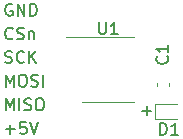
<source format=gbr>
%TF.GenerationSoftware,KiCad,Pcbnew,(5.1.9)-1*%
%TF.CreationDate,2021-10-16T13:59:42-06:00*%
%TF.ProjectId,ABSIS_Hall_Sensor,41425349-535f-4486-916c-6c5f53656e73,rev?*%
%TF.SameCoordinates,Original*%
%TF.FileFunction,Legend,Top*%
%TF.FilePolarity,Positive*%
%FSLAX46Y46*%
G04 Gerber Fmt 4.6, Leading zero omitted, Abs format (unit mm)*
G04 Created by KiCad (PCBNEW (5.1.9)-1) date 2021-10-16 13:59:42*
%MOMM*%
%LPD*%
G01*
G04 APERTURE LIST*
%ADD10C,0.150000*%
%ADD11C,0.120000*%
G04 APERTURE END LIST*
D10*
X178734500Y-101798428D02*
X179496404Y-101798428D01*
X179115452Y-102179380D02*
X179115452Y-101417476D01*
X167706404Y-92798000D02*
X167611166Y-92750380D01*
X167468309Y-92750380D01*
X167325452Y-92798000D01*
X167230214Y-92893238D01*
X167182595Y-92988476D01*
X167134976Y-93178952D01*
X167134976Y-93321809D01*
X167182595Y-93512285D01*
X167230214Y-93607523D01*
X167325452Y-93702761D01*
X167468309Y-93750380D01*
X167563547Y-93750380D01*
X167706404Y-93702761D01*
X167754023Y-93655142D01*
X167754023Y-93321809D01*
X167563547Y-93321809D01*
X168182595Y-93750380D02*
X168182595Y-92750380D01*
X168754023Y-93750380D01*
X168754023Y-92750380D01*
X169230214Y-93750380D02*
X169230214Y-92750380D01*
X169468309Y-92750380D01*
X169611166Y-92798000D01*
X169706404Y-92893238D01*
X169754023Y-92988476D01*
X169801642Y-93178952D01*
X169801642Y-93321809D01*
X169754023Y-93512285D01*
X169706404Y-93607523D01*
X169611166Y-93702761D01*
X169468309Y-93750380D01*
X169230214Y-93750380D01*
X167754023Y-95655142D02*
X167706404Y-95702761D01*
X167563547Y-95750380D01*
X167468309Y-95750380D01*
X167325452Y-95702761D01*
X167230214Y-95607523D01*
X167182595Y-95512285D01*
X167134976Y-95321809D01*
X167134976Y-95178952D01*
X167182595Y-94988476D01*
X167230214Y-94893238D01*
X167325452Y-94798000D01*
X167468309Y-94750380D01*
X167563547Y-94750380D01*
X167706404Y-94798000D01*
X167754023Y-94845619D01*
X168134976Y-95702761D02*
X168277833Y-95750380D01*
X168515928Y-95750380D01*
X168611166Y-95702761D01*
X168658785Y-95655142D01*
X168706404Y-95559904D01*
X168706404Y-95464666D01*
X168658785Y-95369428D01*
X168611166Y-95321809D01*
X168515928Y-95274190D01*
X168325452Y-95226571D01*
X168230214Y-95178952D01*
X168182595Y-95131333D01*
X168134976Y-95036095D01*
X168134976Y-94940857D01*
X168182595Y-94845619D01*
X168230214Y-94798000D01*
X168325452Y-94750380D01*
X168563547Y-94750380D01*
X168706404Y-94798000D01*
X169134976Y-95083714D02*
X169134976Y-95750380D01*
X169134976Y-95178952D02*
X169182595Y-95131333D01*
X169277833Y-95083714D01*
X169420690Y-95083714D01*
X169515928Y-95131333D01*
X169563547Y-95226571D01*
X169563547Y-95750380D01*
X167134976Y-97702761D02*
X167277833Y-97750380D01*
X167515928Y-97750380D01*
X167611166Y-97702761D01*
X167658785Y-97655142D01*
X167706404Y-97559904D01*
X167706404Y-97464666D01*
X167658785Y-97369428D01*
X167611166Y-97321809D01*
X167515928Y-97274190D01*
X167325452Y-97226571D01*
X167230214Y-97178952D01*
X167182595Y-97131333D01*
X167134976Y-97036095D01*
X167134976Y-96940857D01*
X167182595Y-96845619D01*
X167230214Y-96798000D01*
X167325452Y-96750380D01*
X167563547Y-96750380D01*
X167706404Y-96798000D01*
X168706404Y-97655142D02*
X168658785Y-97702761D01*
X168515928Y-97750380D01*
X168420690Y-97750380D01*
X168277833Y-97702761D01*
X168182595Y-97607523D01*
X168134976Y-97512285D01*
X168087357Y-97321809D01*
X168087357Y-97178952D01*
X168134976Y-96988476D01*
X168182595Y-96893238D01*
X168277833Y-96798000D01*
X168420690Y-96750380D01*
X168515928Y-96750380D01*
X168658785Y-96798000D01*
X168706404Y-96845619D01*
X169134976Y-97750380D02*
X169134976Y-96750380D01*
X169706404Y-97750380D02*
X169277833Y-97178952D01*
X169706404Y-96750380D02*
X169134976Y-97321809D01*
X167182595Y-99750380D02*
X167182595Y-98750380D01*
X167515928Y-99464666D01*
X167849261Y-98750380D01*
X167849261Y-99750380D01*
X168515928Y-98750380D02*
X168706404Y-98750380D01*
X168801642Y-98798000D01*
X168896880Y-98893238D01*
X168944500Y-99083714D01*
X168944500Y-99417047D01*
X168896880Y-99607523D01*
X168801642Y-99702761D01*
X168706404Y-99750380D01*
X168515928Y-99750380D01*
X168420690Y-99702761D01*
X168325452Y-99607523D01*
X168277833Y-99417047D01*
X168277833Y-99083714D01*
X168325452Y-98893238D01*
X168420690Y-98798000D01*
X168515928Y-98750380D01*
X169325452Y-99702761D02*
X169468309Y-99750380D01*
X169706404Y-99750380D01*
X169801642Y-99702761D01*
X169849261Y-99655142D01*
X169896880Y-99559904D01*
X169896880Y-99464666D01*
X169849261Y-99369428D01*
X169801642Y-99321809D01*
X169706404Y-99274190D01*
X169515928Y-99226571D01*
X169420690Y-99178952D01*
X169373071Y-99131333D01*
X169325452Y-99036095D01*
X169325452Y-98940857D01*
X169373071Y-98845619D01*
X169420690Y-98798000D01*
X169515928Y-98750380D01*
X169754023Y-98750380D01*
X169896880Y-98798000D01*
X170325452Y-99750380D02*
X170325452Y-98750380D01*
X167182595Y-101750380D02*
X167182595Y-100750380D01*
X167515928Y-101464666D01*
X167849261Y-100750380D01*
X167849261Y-101750380D01*
X168325452Y-101750380D02*
X168325452Y-100750380D01*
X168754023Y-101702761D02*
X168896880Y-101750380D01*
X169134976Y-101750380D01*
X169230214Y-101702761D01*
X169277833Y-101655142D01*
X169325452Y-101559904D01*
X169325452Y-101464666D01*
X169277833Y-101369428D01*
X169230214Y-101321809D01*
X169134976Y-101274190D01*
X168944500Y-101226571D01*
X168849261Y-101178952D01*
X168801642Y-101131333D01*
X168754023Y-101036095D01*
X168754023Y-100940857D01*
X168801642Y-100845619D01*
X168849261Y-100798000D01*
X168944500Y-100750380D01*
X169182595Y-100750380D01*
X169325452Y-100798000D01*
X169944500Y-100750380D02*
X170134976Y-100750380D01*
X170230214Y-100798000D01*
X170325452Y-100893238D01*
X170373071Y-101083714D01*
X170373071Y-101417047D01*
X170325452Y-101607523D01*
X170230214Y-101702761D01*
X170134976Y-101750380D01*
X169944500Y-101750380D01*
X169849261Y-101702761D01*
X169754023Y-101607523D01*
X169706404Y-101417047D01*
X169706404Y-101083714D01*
X169754023Y-100893238D01*
X169849261Y-100798000D01*
X169944500Y-100750380D01*
X167182595Y-103369428D02*
X167944500Y-103369428D01*
X167563547Y-103750380D02*
X167563547Y-102988476D01*
X168896880Y-102750380D02*
X168420690Y-102750380D01*
X168373071Y-103226571D01*
X168420690Y-103178952D01*
X168515928Y-103131333D01*
X168754023Y-103131333D01*
X168849261Y-103178952D01*
X168896880Y-103226571D01*
X168944500Y-103321809D01*
X168944500Y-103559904D01*
X168896880Y-103655142D01*
X168849261Y-103702761D01*
X168754023Y-103750380D01*
X168515928Y-103750380D01*
X168420690Y-103702761D01*
X168373071Y-103655142D01*
X169230214Y-102750380D02*
X169563547Y-103750380D01*
X169896880Y-102750380D01*
D11*
%TO.C,U1*%
X175847000Y-101033000D02*
X178047000Y-101033000D01*
X175847000Y-101033000D02*
X173647000Y-101033000D01*
X175847000Y-95563000D02*
X178047000Y-95563000D01*
X175847000Y-95563000D02*
X172247000Y-95563000D01*
%TO.C,D1*%
X179825000Y-101254000D02*
X179825000Y-102454000D01*
X181675000Y-101254000D02*
X179825000Y-101254000D01*
X181675000Y-102454000D02*
X179825000Y-102454000D01*
%TO.C,C1*%
X179957000Y-99708580D02*
X179957000Y-99427420D01*
X180977000Y-99708580D02*
X180977000Y-99427420D01*
%TO.C,U1*%
D10*
X175085095Y-94300380D02*
X175085095Y-95109904D01*
X175132714Y-95205142D01*
X175180333Y-95252761D01*
X175275571Y-95300380D01*
X175466047Y-95300380D01*
X175561285Y-95252761D01*
X175608904Y-95205142D01*
X175656523Y-95109904D01*
X175656523Y-94300380D01*
X176656523Y-95300380D02*
X176085095Y-95300380D01*
X176370809Y-95300380D02*
X176370809Y-94300380D01*
X176275571Y-94443238D01*
X176180333Y-94538476D01*
X176085095Y-94586095D01*
%TO.C,D1*%
X180236904Y-103830380D02*
X180236904Y-102830380D01*
X180475000Y-102830380D01*
X180617857Y-102878000D01*
X180713095Y-102973238D01*
X180760714Y-103068476D01*
X180808333Y-103258952D01*
X180808333Y-103401809D01*
X180760714Y-103592285D01*
X180713095Y-103687523D01*
X180617857Y-103782761D01*
X180475000Y-103830380D01*
X180236904Y-103830380D01*
X181760714Y-103830380D02*
X181189285Y-103830380D01*
X181475000Y-103830380D02*
X181475000Y-102830380D01*
X181379761Y-102973238D01*
X181284523Y-103068476D01*
X181189285Y-103116095D01*
%TO.C,C1*%
X180824142Y-97194666D02*
X180871761Y-97242285D01*
X180919380Y-97385142D01*
X180919380Y-97480380D01*
X180871761Y-97623238D01*
X180776523Y-97718476D01*
X180681285Y-97766095D01*
X180490809Y-97813714D01*
X180347952Y-97813714D01*
X180157476Y-97766095D01*
X180062238Y-97718476D01*
X179967000Y-97623238D01*
X179919380Y-97480380D01*
X179919380Y-97385142D01*
X179967000Y-97242285D01*
X180014619Y-97194666D01*
X180919380Y-96242285D02*
X180919380Y-96813714D01*
X180919380Y-96528000D02*
X179919380Y-96528000D01*
X180062238Y-96623238D01*
X180157476Y-96718476D01*
X180205095Y-96813714D01*
%TD*%
M02*

</source>
